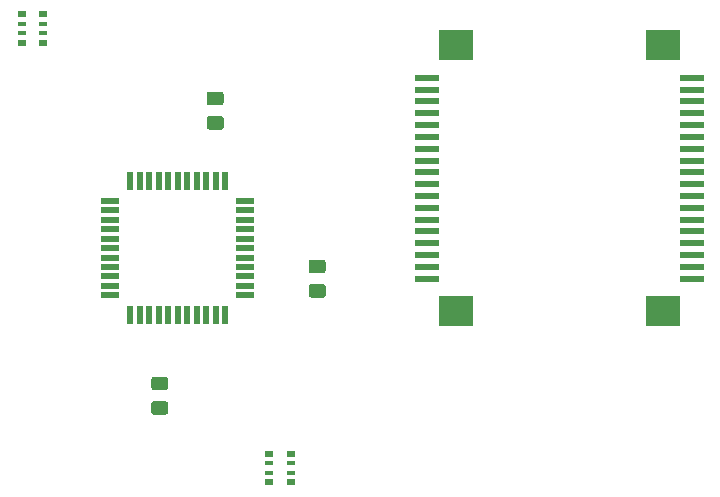
<source format=gbr>
%TF.GenerationSoftware,KiCad,Pcbnew,(5.1.12)-1*%
%TF.CreationDate,2022-03-08T20:35:16+00:00*%
%TF.ProjectId,RGBtoHDMI CDTV v2,52474274-6f48-4444-9d49-204344545620,1*%
%TF.SameCoordinates,Original*%
%TF.FileFunction,Paste,Top*%
%TF.FilePolarity,Positive*%
%FSLAX46Y46*%
G04 Gerber Fmt 4.6, Leading zero omitted, Abs format (unit mm)*
G04 Created by KiCad (PCBNEW (5.1.12)-1) date 2022-03-08 20:35:16*
%MOMM*%
%LPD*%
G01*
G04 APERTURE LIST*
%ADD10R,0.800000X0.500000*%
%ADD11R,0.800000X0.400000*%
%ADD12R,3.000000X2.500000*%
%ADD13R,2.000000X0.600000*%
%ADD14R,0.550000X1.500000*%
%ADD15R,1.500000X0.550000*%
G04 APERTURE END LIST*
D10*
%TO.C,RN2*%
X100620400Y-120986400D03*
D11*
X100620400Y-120186400D03*
D10*
X100620400Y-118586400D03*
D11*
X100620400Y-119386400D03*
D10*
X98820400Y-120986400D03*
D11*
X98820400Y-119386400D03*
X98820400Y-120186400D03*
D10*
X98820400Y-118586400D03*
%TD*%
%TO.C,RN1*%
X79665400Y-83775400D03*
D11*
X79665400Y-82975400D03*
D10*
X79665400Y-81375400D03*
D11*
X79665400Y-82175400D03*
D10*
X77865400Y-83775400D03*
D11*
X77865400Y-82175400D03*
X77865400Y-82975400D03*
D10*
X77865400Y-81375400D03*
%TD*%
D12*
%TO.C,FFC1*%
X114636000Y-106500000D03*
X114636000Y-84000000D03*
D13*
X112186000Y-86750000D03*
X112186000Y-87750000D03*
X112186000Y-88750000D03*
X112186000Y-89750000D03*
X112186000Y-90750000D03*
X112186000Y-91750000D03*
X112186000Y-92750000D03*
X112186000Y-93750000D03*
X112186000Y-94750000D03*
X112186000Y-95750000D03*
X112186000Y-96750000D03*
X112186000Y-97750000D03*
X112186000Y-98750000D03*
X112186000Y-99750000D03*
X112186000Y-100750000D03*
X112186000Y-101750000D03*
X112186000Y-102750000D03*
X112186000Y-103750000D03*
%TD*%
D12*
%TO.C,FFC2*%
X132125000Y-84000000D03*
X132125000Y-106500000D03*
D13*
X134575000Y-103750000D03*
X134575000Y-102750000D03*
X134575000Y-101750000D03*
X134575000Y-100750000D03*
X134575000Y-99750000D03*
X134575000Y-98750000D03*
X134575000Y-97750000D03*
X134575000Y-96750000D03*
X134575000Y-95750000D03*
X134575000Y-94750000D03*
X134575000Y-93750000D03*
X134575000Y-92750000D03*
X134575000Y-91750000D03*
X134575000Y-90750000D03*
X134575000Y-89750000D03*
X134575000Y-88750000D03*
X134575000Y-87750000D03*
X134575000Y-86750000D03*
%TD*%
%TO.C,C3*%
G36*
G01*
X89060000Y-114115000D02*
X90010000Y-114115000D01*
G75*
G02*
X90260000Y-114365000I0J-250000D01*
G01*
X90260000Y-115040000D01*
G75*
G02*
X90010000Y-115290000I-250000J0D01*
G01*
X89060000Y-115290000D01*
G75*
G02*
X88810000Y-115040000I0J250000D01*
G01*
X88810000Y-114365000D01*
G75*
G02*
X89060000Y-114115000I250000J0D01*
G01*
G37*
G36*
G01*
X89060000Y-112040000D02*
X90010000Y-112040000D01*
G75*
G02*
X90260000Y-112290000I0J-250000D01*
G01*
X90260000Y-112965000D01*
G75*
G02*
X90010000Y-113215000I-250000J0D01*
G01*
X89060000Y-113215000D01*
G75*
G02*
X88810000Y-112965000I0J250000D01*
G01*
X88810000Y-112290000D01*
G75*
G02*
X89060000Y-112040000I250000J0D01*
G01*
G37*
%TD*%
%TO.C,C2*%
G36*
G01*
X102395000Y-104209000D02*
X103345000Y-104209000D01*
G75*
G02*
X103595000Y-104459000I0J-250000D01*
G01*
X103595000Y-105134000D01*
G75*
G02*
X103345000Y-105384000I-250000J0D01*
G01*
X102395000Y-105384000D01*
G75*
G02*
X102145000Y-105134000I0J250000D01*
G01*
X102145000Y-104459000D01*
G75*
G02*
X102395000Y-104209000I250000J0D01*
G01*
G37*
G36*
G01*
X102395000Y-102134000D02*
X103345000Y-102134000D01*
G75*
G02*
X103595000Y-102384000I0J-250000D01*
G01*
X103595000Y-103059000D01*
G75*
G02*
X103345000Y-103309000I-250000J0D01*
G01*
X102395000Y-103309000D01*
G75*
G02*
X102145000Y-103059000I0J250000D01*
G01*
X102145000Y-102384000D01*
G75*
G02*
X102395000Y-102134000I250000J0D01*
G01*
G37*
%TD*%
%TO.C,C1*%
G36*
G01*
X94709000Y-89085000D02*
X93759000Y-89085000D01*
G75*
G02*
X93509000Y-88835000I0J250000D01*
G01*
X93509000Y-88160000D01*
G75*
G02*
X93759000Y-87910000I250000J0D01*
G01*
X94709000Y-87910000D01*
G75*
G02*
X94959000Y-88160000I0J-250000D01*
G01*
X94959000Y-88835000D01*
G75*
G02*
X94709000Y-89085000I-250000J0D01*
G01*
G37*
G36*
G01*
X94709000Y-91160000D02*
X93759000Y-91160000D01*
G75*
G02*
X93509000Y-90910000I0J250000D01*
G01*
X93509000Y-90235000D01*
G75*
G02*
X93759000Y-89985000I250000J0D01*
G01*
X94709000Y-89985000D01*
G75*
G02*
X94959000Y-90235000I0J-250000D01*
G01*
X94959000Y-90910000D01*
G75*
G02*
X94709000Y-91160000I-250000J0D01*
G01*
G37*
%TD*%
D14*
%TO.C,U1*%
X87059000Y-95468200D03*
X87859000Y-95468200D03*
X88659000Y-95468200D03*
X89459000Y-95468200D03*
X90259000Y-95468200D03*
X91059000Y-95468200D03*
X91859000Y-95468200D03*
X92659000Y-95468200D03*
X93459000Y-95468200D03*
X94259000Y-95468200D03*
X95059000Y-95468200D03*
D15*
X96759000Y-97168200D03*
X96759000Y-97968200D03*
X96759000Y-98768200D03*
X96759000Y-99568200D03*
X96759000Y-100368200D03*
X96759000Y-101168200D03*
X96759000Y-101968200D03*
X96759000Y-102768200D03*
X96759000Y-103568200D03*
X96759000Y-104368200D03*
X96759000Y-105168200D03*
D14*
X95059000Y-106868200D03*
X94259000Y-106868200D03*
X93459000Y-106868200D03*
X92659000Y-106868200D03*
X91859000Y-106868200D03*
X91059000Y-106868200D03*
X90259000Y-106868200D03*
X89459000Y-106868200D03*
X88659000Y-106868200D03*
X87859000Y-106868200D03*
X87059000Y-106868200D03*
D15*
X85359000Y-105168200D03*
X85359000Y-104368200D03*
X85359000Y-103568200D03*
X85359000Y-102768200D03*
X85359000Y-101968200D03*
X85359000Y-101168200D03*
X85359000Y-100368200D03*
X85359000Y-99568200D03*
X85359000Y-98768200D03*
X85359000Y-97968200D03*
X85359000Y-97168200D03*
%TD*%
M02*

</source>
